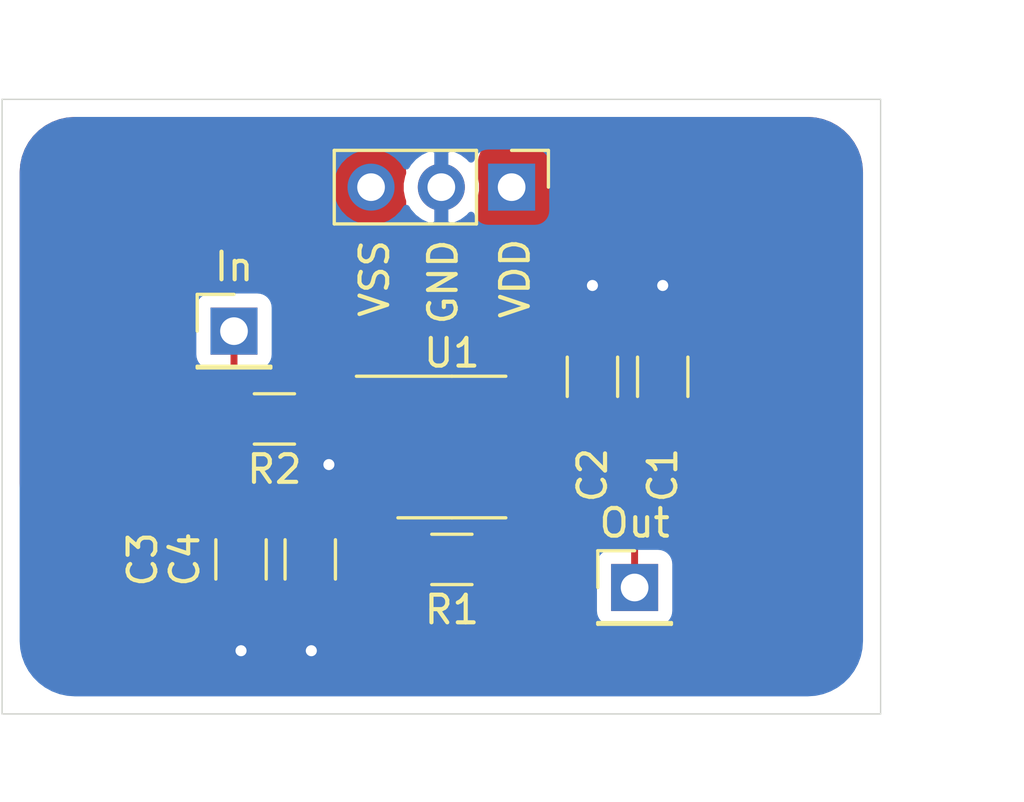
<source format=kicad_pcb>
(kicad_pcb (version 20171130) (host pcbnew "(5.1.9-0-10_14)")

  (general
    (thickness 1.6)
    (drawings 8)
    (tracks 39)
    (zones 0)
    (modules 10)
    (nets 10)
  )

  (page A4)
  (layers
    (0 F.Cu signal)
    (31 B.Cu signal)
    (32 B.Adhes user)
    (33 F.Adhes user)
    (34 B.Paste user)
    (35 F.Paste user)
    (36 B.SilkS user)
    (37 F.SilkS user)
    (38 B.Mask user)
    (39 F.Mask user)
    (40 Dwgs.User user)
    (41 Cmts.User user)
    (42 Eco1.User user)
    (43 Eco2.User user)
    (44 Edge.Cuts user)
    (45 Margin user)
    (46 B.CrtYd user)
    (47 F.CrtYd user)
    (48 B.Fab user)
    (49 F.Fab user)
  )

  (setup
    (last_trace_width 0.5)
    (user_trace_width 0.5)
    (trace_clearance 0.2)
    (zone_clearance 0.508)
    (zone_45_only no)
    (trace_min 0.2)
    (via_size 0.8)
    (via_drill 0.4)
    (via_min_size 0.4)
    (via_min_drill 0.3)
    (uvia_size 0.3)
    (uvia_drill 0.1)
    (uvias_allowed no)
    (uvia_min_size 0.2)
    (uvia_min_drill 0.1)
    (edge_width 0.05)
    (segment_width 0.2)
    (pcb_text_width 0.3)
    (pcb_text_size 1.5 1.5)
    (mod_edge_width 0.12)
    (mod_text_size 1 1)
    (mod_text_width 0.15)
    (pad_size 1.524 1.524)
    (pad_drill 0.762)
    (pad_to_mask_clearance 0)
    (aux_axis_origin 0 0)
    (visible_elements FFFFFF7F)
    (pcbplotparams
      (layerselection 0x010fc_ffffffff)
      (usegerberextensions false)
      (usegerberattributes true)
      (usegerberadvancedattributes true)
      (creategerberjobfile true)
      (excludeedgelayer true)
      (linewidth 0.100000)
      (plotframeref false)
      (viasonmask false)
      (mode 1)
      (useauxorigin false)
      (hpglpennumber 1)
      (hpglpenspeed 20)
      (hpglpendiameter 15.000000)
      (psnegative false)
      (psa4output false)
      (plotreference true)
      (plotvalue true)
      (plotinvisibletext false)
      (padsonsilk false)
      (subtractmaskfromsilk false)
      (outputformat 1)
      (mirror false)
      (drillshape 1)
      (scaleselection 1)
      (outputdirectory ""))
  )

  (net 0 "")
  (net 1 0)
  (net 2 VDD)
  (net 3 VSS)
  (net 4 In)
  (net 5 Out)
  (net 6 "Net-(R1-Pad2)")
  (net 7 "Net-(U1-Pad8)")
  (net 8 "Net-(U1-Pad5)")
  (net 9 "Net-(U1-Pad1)")

  (net_class Default "This is the default net class."
    (clearance 0.2)
    (trace_width 0.25)
    (via_dia 0.8)
    (via_drill 0.4)
    (uvia_dia 0.3)
    (uvia_drill 0.1)
    (add_net 0)
    (add_net In)
    (add_net "Net-(R1-Pad2)")
    (add_net "Net-(U1-Pad1)")
    (add_net "Net-(U1-Pad5)")
    (add_net "Net-(U1-Pad8)")
    (add_net Out)
    (add_net VDD)
    (add_net VSS)
  )

  (module Package_SO:SOIC-8_3.9x4.9mm_P1.27mm (layer F.Cu) (tedit 5D9F72B1) (tstamp 602C40C1)
    (at 79.756 41.148)
    (descr "SOIC, 8 Pin (JEDEC MS-012AA, https://www.analog.com/media/en/package-pcb-resources/package/pkg_pdf/soic_narrow-r/r_8.pdf), generated with kicad-footprint-generator ipc_gullwing_generator.py")
    (tags "SOIC SO")
    (path /60260761)
    (attr smd)
    (fp_text reference U1 (at 0 -3.4) (layer F.SilkS)
      (effects (font (size 1 1) (thickness 0.15)))
    )
    (fp_text value OP07 (at 0 3.4) (layer F.Fab)
      (effects (font (size 1 1) (thickness 0.15)))
    )
    (fp_text user %R (at 0 0) (layer F.Fab)
      (effects (font (size 0.98 0.98) (thickness 0.15)))
    )
    (fp_line (start 0 2.56) (end 1.95 2.56) (layer F.SilkS) (width 0.12))
    (fp_line (start 0 2.56) (end -1.95 2.56) (layer F.SilkS) (width 0.12))
    (fp_line (start 0 -2.56) (end 1.95 -2.56) (layer F.SilkS) (width 0.12))
    (fp_line (start 0 -2.56) (end -3.45 -2.56) (layer F.SilkS) (width 0.12))
    (fp_line (start -0.975 -2.45) (end 1.95 -2.45) (layer F.Fab) (width 0.1))
    (fp_line (start 1.95 -2.45) (end 1.95 2.45) (layer F.Fab) (width 0.1))
    (fp_line (start 1.95 2.45) (end -1.95 2.45) (layer F.Fab) (width 0.1))
    (fp_line (start -1.95 2.45) (end -1.95 -1.475) (layer F.Fab) (width 0.1))
    (fp_line (start -1.95 -1.475) (end -0.975 -2.45) (layer F.Fab) (width 0.1))
    (fp_line (start -3.7 -2.7) (end -3.7 2.7) (layer F.CrtYd) (width 0.05))
    (fp_line (start -3.7 2.7) (end 3.7 2.7) (layer F.CrtYd) (width 0.05))
    (fp_line (start 3.7 2.7) (end 3.7 -2.7) (layer F.CrtYd) (width 0.05))
    (fp_line (start 3.7 -2.7) (end -3.7 -2.7) (layer F.CrtYd) (width 0.05))
    (pad 8 smd roundrect (at 2.475 -1.905) (size 1.95 0.6) (layers F.Cu F.Paste F.Mask) (roundrect_rratio 0.25)
      (net 7 "Net-(U1-Pad8)"))
    (pad 7 smd roundrect (at 2.475 -0.635) (size 1.95 0.6) (layers F.Cu F.Paste F.Mask) (roundrect_rratio 0.25)
      (net 2 VDD))
    (pad 6 smd roundrect (at 2.475 0.635) (size 1.95 0.6) (layers F.Cu F.Paste F.Mask) (roundrect_rratio 0.25)
      (net 5 Out))
    (pad 5 smd roundrect (at 2.475 1.905) (size 1.95 0.6) (layers F.Cu F.Paste F.Mask) (roundrect_rratio 0.25)
      (net 8 "Net-(U1-Pad5)"))
    (pad 4 smd roundrect (at -2.475 1.905) (size 1.95 0.6) (layers F.Cu F.Paste F.Mask) (roundrect_rratio 0.25)
      (net 3 VSS))
    (pad 3 smd roundrect (at -2.475 0.635) (size 1.95 0.6) (layers F.Cu F.Paste F.Mask) (roundrect_rratio 0.25)
      (net 1 0))
    (pad 2 smd roundrect (at -2.475 -0.635) (size 1.95 0.6) (layers F.Cu F.Paste F.Mask) (roundrect_rratio 0.25)
      (net 6 "Net-(R1-Pad2)"))
    (pad 1 smd roundrect (at -2.475 -1.905) (size 1.95 0.6) (layers F.Cu F.Paste F.Mask) (roundrect_rratio 0.25)
      (net 9 "Net-(U1-Pad1)"))
    (model ${KISYS3DMOD}/Package_SO.3dshapes/SOIC-8_3.9x4.9mm_P1.27mm.wrl
      (at (xyz 0 0 0))
      (scale (xyz 1 1 1))
      (rotate (xyz 0 0 0))
    )
  )

  (module Resistor_SMD:R_1206_3216Metric_Pad1.30x1.75mm_HandSolder (layer F.Cu) (tedit 5F68FEEE) (tstamp 602C4A04)
    (at 73.3425 40.132 180)
    (descr "Resistor SMD 1206 (3216 Metric), square (rectangular) end terminal, IPC_7351 nominal with elongated pad for handsoldering. (Body size source: IPC-SM-782 page 72, https://www.pcb-3d.com/wordpress/wp-content/uploads/ipc-sm-782a_amendment_1_and_2.pdf), generated with kicad-footprint-generator")
    (tags "resistor handsolder")
    (path /602614CD)
    (attr smd)
    (fp_text reference R2 (at 0 -1.82) (layer F.SilkS)
      (effects (font (size 1 1) (thickness 0.15)))
    )
    (fp_text value 10k (at 0 1.82) (layer F.Fab)
      (effects (font (size 1 1) (thickness 0.15)))
    )
    (fp_text user %R (at 0 0) (layer F.Fab)
      (effects (font (size 0.8 0.8) (thickness 0.12)))
    )
    (fp_line (start -1.6 0.8) (end -1.6 -0.8) (layer F.Fab) (width 0.1))
    (fp_line (start -1.6 -0.8) (end 1.6 -0.8) (layer F.Fab) (width 0.1))
    (fp_line (start 1.6 -0.8) (end 1.6 0.8) (layer F.Fab) (width 0.1))
    (fp_line (start 1.6 0.8) (end -1.6 0.8) (layer F.Fab) (width 0.1))
    (fp_line (start -0.727064 -0.91) (end 0.727064 -0.91) (layer F.SilkS) (width 0.12))
    (fp_line (start -0.727064 0.91) (end 0.727064 0.91) (layer F.SilkS) (width 0.12))
    (fp_line (start -2.45 1.12) (end -2.45 -1.12) (layer F.CrtYd) (width 0.05))
    (fp_line (start -2.45 -1.12) (end 2.45 -1.12) (layer F.CrtYd) (width 0.05))
    (fp_line (start 2.45 -1.12) (end 2.45 1.12) (layer F.CrtYd) (width 0.05))
    (fp_line (start 2.45 1.12) (end -2.45 1.12) (layer F.CrtYd) (width 0.05))
    (pad 2 smd roundrect (at 1.55 0 180) (size 1.3 1.75) (layers F.Cu F.Paste F.Mask) (roundrect_rratio 0.192308)
      (net 4 In))
    (pad 1 smd roundrect (at -1.55 0 180) (size 1.3 1.75) (layers F.Cu F.Paste F.Mask) (roundrect_rratio 0.192308)
      (net 6 "Net-(R1-Pad2)"))
    (model ${KISYS3DMOD}/Resistor_SMD.3dshapes/R_1206_3216Metric.wrl
      (at (xyz 0 0 0))
      (scale (xyz 1 1 1))
      (rotate (xyz 0 0 0))
    )
  )

  (module Resistor_SMD:R_1206_3216Metric_Pad1.30x1.75mm_HandSolder (layer F.Cu) (tedit 5F68FEEE) (tstamp 602C4096)
    (at 79.756 45.212 180)
    (descr "Resistor SMD 1206 (3216 Metric), square (rectangular) end terminal, IPC_7351 nominal with elongated pad for handsoldering. (Body size source: IPC-SM-782 page 72, https://www.pcb-3d.com/wordpress/wp-content/uploads/ipc-sm-782a_amendment_1_and_2.pdf), generated with kicad-footprint-generator")
    (tags "resistor handsolder")
    (path /602626E6)
    (attr smd)
    (fp_text reference R1 (at 0 -1.82) (layer F.SilkS)
      (effects (font (size 1 1) (thickness 0.15)))
    )
    (fp_text value 100k (at 0 1.82) (layer F.Fab)
      (effects (font (size 1 1) (thickness 0.15)))
    )
    (fp_text user %R (at 0 0) (layer F.Fab)
      (effects (font (size 0.8 0.8) (thickness 0.12)))
    )
    (fp_line (start -1.6 0.8) (end -1.6 -0.8) (layer F.Fab) (width 0.1))
    (fp_line (start -1.6 -0.8) (end 1.6 -0.8) (layer F.Fab) (width 0.1))
    (fp_line (start 1.6 -0.8) (end 1.6 0.8) (layer F.Fab) (width 0.1))
    (fp_line (start 1.6 0.8) (end -1.6 0.8) (layer F.Fab) (width 0.1))
    (fp_line (start -0.727064 -0.91) (end 0.727064 -0.91) (layer F.SilkS) (width 0.12))
    (fp_line (start -0.727064 0.91) (end 0.727064 0.91) (layer F.SilkS) (width 0.12))
    (fp_line (start -2.45 1.12) (end -2.45 -1.12) (layer F.CrtYd) (width 0.05))
    (fp_line (start -2.45 -1.12) (end 2.45 -1.12) (layer F.CrtYd) (width 0.05))
    (fp_line (start 2.45 -1.12) (end 2.45 1.12) (layer F.CrtYd) (width 0.05))
    (fp_line (start 2.45 1.12) (end -2.45 1.12) (layer F.CrtYd) (width 0.05))
    (pad 2 smd roundrect (at 1.55 0 180) (size 1.3 1.75) (layers F.Cu F.Paste F.Mask) (roundrect_rratio 0.192308)
      (net 6 "Net-(R1-Pad2)"))
    (pad 1 smd roundrect (at -1.55 0 180) (size 1.3 1.75) (layers F.Cu F.Paste F.Mask) (roundrect_rratio 0.192308)
      (net 5 Out))
    (model ${KISYS3DMOD}/Resistor_SMD.3dshapes/R_1206_3216Metric.wrl
      (at (xyz 0 0 0))
      (scale (xyz 1 1 1))
      (rotate (xyz 0 0 0))
    )
  )

  (module Connector_PinHeader_2.54mm:PinHeader_1x01_P2.54mm_Vertical (layer F.Cu) (tedit 59FED5CC) (tstamp 602C4085)
    (at 86.36 46.228)
    (descr "Through hole straight pin header, 1x01, 2.54mm pitch, single row")
    (tags "Through hole pin header THT 1x01 2.54mm single row")
    (path /6026B33D)
    (fp_text reference Out (at 0 -2.33) (layer F.SilkS)
      (effects (font (size 1 1) (thickness 0.15)))
    )
    (fp_text value Conn_01x01_Male (at 0 2.33) (layer F.Fab)
      (effects (font (size 1 1) (thickness 0.15)))
    )
    (fp_text user %R (at 0 0 90) (layer F.Fab)
      (effects (font (size 1 1) (thickness 0.15)))
    )
    (fp_line (start -0.635 -1.27) (end 1.27 -1.27) (layer F.Fab) (width 0.1))
    (fp_line (start 1.27 -1.27) (end 1.27 1.27) (layer F.Fab) (width 0.1))
    (fp_line (start 1.27 1.27) (end -1.27 1.27) (layer F.Fab) (width 0.1))
    (fp_line (start -1.27 1.27) (end -1.27 -0.635) (layer F.Fab) (width 0.1))
    (fp_line (start -1.27 -0.635) (end -0.635 -1.27) (layer F.Fab) (width 0.1))
    (fp_line (start -1.33 1.33) (end 1.33 1.33) (layer F.SilkS) (width 0.12))
    (fp_line (start -1.33 1.27) (end -1.33 1.33) (layer F.SilkS) (width 0.12))
    (fp_line (start 1.33 1.27) (end 1.33 1.33) (layer F.SilkS) (width 0.12))
    (fp_line (start -1.33 1.27) (end 1.33 1.27) (layer F.SilkS) (width 0.12))
    (fp_line (start -1.33 0) (end -1.33 -1.33) (layer F.SilkS) (width 0.12))
    (fp_line (start -1.33 -1.33) (end 0 -1.33) (layer F.SilkS) (width 0.12))
    (fp_line (start -1.8 -1.8) (end -1.8 1.8) (layer F.CrtYd) (width 0.05))
    (fp_line (start -1.8 1.8) (end 1.8 1.8) (layer F.CrtYd) (width 0.05))
    (fp_line (start 1.8 1.8) (end 1.8 -1.8) (layer F.CrtYd) (width 0.05))
    (fp_line (start 1.8 -1.8) (end -1.8 -1.8) (layer F.CrtYd) (width 0.05))
    (pad 1 thru_hole rect (at 0 0) (size 1.7 1.7) (drill 1) (layers *.Cu *.Mask)
      (net 5 Out))
    (model ${KISYS3DMOD}/Connector_PinHeader_2.54mm.3dshapes/PinHeader_1x01_P2.54mm_Vertical.wrl
      (at (xyz 0 0 0))
      (scale (xyz 1 1 1))
      (rotate (xyz 0 0 0))
    )
  )

  (module Connector_PinHeader_2.54mm:PinHeader_1x01_P2.54mm_Vertical (layer F.Cu) (tedit 59FED5CC) (tstamp 602C4070)
    (at 71.882 36.957)
    (descr "Through hole straight pin header, 1x01, 2.54mm pitch, single row")
    (tags "Through hole pin header THT 1x01 2.54mm single row")
    (path /6026A54C)
    (fp_text reference In (at 0 -2.33) (layer F.SilkS)
      (effects (font (size 1 1) (thickness 0.15)))
    )
    (fp_text value Conn_01x01_Male (at 0 2.33) (layer F.Fab)
      (effects (font (size 1 1) (thickness 0.15)))
    )
    (fp_text user %R (at 0 0 90) (layer F.Fab)
      (effects (font (size 1 1) (thickness 0.15)))
    )
    (fp_line (start -0.635 -1.27) (end 1.27 -1.27) (layer F.Fab) (width 0.1))
    (fp_line (start 1.27 -1.27) (end 1.27 1.27) (layer F.Fab) (width 0.1))
    (fp_line (start 1.27 1.27) (end -1.27 1.27) (layer F.Fab) (width 0.1))
    (fp_line (start -1.27 1.27) (end -1.27 -0.635) (layer F.Fab) (width 0.1))
    (fp_line (start -1.27 -0.635) (end -0.635 -1.27) (layer F.Fab) (width 0.1))
    (fp_line (start -1.33 1.33) (end 1.33 1.33) (layer F.SilkS) (width 0.12))
    (fp_line (start -1.33 1.27) (end -1.33 1.33) (layer F.SilkS) (width 0.12))
    (fp_line (start 1.33 1.27) (end 1.33 1.33) (layer F.SilkS) (width 0.12))
    (fp_line (start -1.33 1.27) (end 1.33 1.27) (layer F.SilkS) (width 0.12))
    (fp_line (start -1.33 0) (end -1.33 -1.33) (layer F.SilkS) (width 0.12))
    (fp_line (start -1.33 -1.33) (end 0 -1.33) (layer F.SilkS) (width 0.12))
    (fp_line (start -1.8 -1.8) (end -1.8 1.8) (layer F.CrtYd) (width 0.05))
    (fp_line (start -1.8 1.8) (end 1.8 1.8) (layer F.CrtYd) (width 0.05))
    (fp_line (start 1.8 1.8) (end 1.8 -1.8) (layer F.CrtYd) (width 0.05))
    (fp_line (start 1.8 -1.8) (end -1.8 -1.8) (layer F.CrtYd) (width 0.05))
    (pad 1 thru_hole rect (at 0 0) (size 1.7 1.7) (drill 1) (layers *.Cu *.Mask)
      (net 4 In))
    (model ${KISYS3DMOD}/Connector_PinHeader_2.54mm.3dshapes/PinHeader_1x01_P2.54mm_Vertical.wrl
      (at (xyz 0 0 0))
      (scale (xyz 1 1 1))
      (rotate (xyz 0 0 0))
    )
  )

  (module Connector_PinHeader_2.54mm:PinHeader_1x03_P2.54mm_Vertical (layer F.Cu) (tedit 59FED5CC) (tstamp 602C405B)
    (at 81.915 31.75 270)
    (descr "Through hole straight pin header, 1x03, 2.54mm pitch, single row")
    (tags "Through hole pin header THT 1x03 2.54mm single row")
    (path /6026504D)
    (fp_text reference GND (at 3.429 2.4765 90) (layer F.SilkS)
      (effects (font (size 1 1) (thickness 0.15)))
    )
    (fp_text value Conn_01x03_Male (at 0 7.41 90) (layer F.Fab)
      (effects (font (size 1 1) (thickness 0.15)))
    )
    (fp_text user %R (at 0 2.54) (layer F.Fab)
      (effects (font (size 1 1) (thickness 0.15)))
    )
    (fp_line (start -0.635 -1.27) (end 1.27 -1.27) (layer F.Fab) (width 0.1))
    (fp_line (start 1.27 -1.27) (end 1.27 6.35) (layer F.Fab) (width 0.1))
    (fp_line (start 1.27 6.35) (end -1.27 6.35) (layer F.Fab) (width 0.1))
    (fp_line (start -1.27 6.35) (end -1.27 -0.635) (layer F.Fab) (width 0.1))
    (fp_line (start -1.27 -0.635) (end -0.635 -1.27) (layer F.Fab) (width 0.1))
    (fp_line (start -1.33 6.41) (end 1.33 6.41) (layer F.SilkS) (width 0.12))
    (fp_line (start -1.33 1.27) (end -1.33 6.41) (layer F.SilkS) (width 0.12))
    (fp_line (start 1.33 1.27) (end 1.33 6.41) (layer F.SilkS) (width 0.12))
    (fp_line (start -1.33 1.27) (end 1.33 1.27) (layer F.SilkS) (width 0.12))
    (fp_line (start -1.33 0) (end -1.33 -1.33) (layer F.SilkS) (width 0.12))
    (fp_line (start -1.33 -1.33) (end 0 -1.33) (layer F.SilkS) (width 0.12))
    (fp_line (start -1.8 -1.8) (end -1.8 6.85) (layer F.CrtYd) (width 0.05))
    (fp_line (start -1.8 6.85) (end 1.8 6.85) (layer F.CrtYd) (width 0.05))
    (fp_line (start 1.8 6.85) (end 1.8 -1.8) (layer F.CrtYd) (width 0.05))
    (fp_line (start 1.8 -1.8) (end -1.8 -1.8) (layer F.CrtYd) (width 0.05))
    (pad 3 thru_hole oval (at 0 5.08 270) (size 1.7 1.7) (drill 1) (layers *.Cu *.Mask)
      (net 3 VSS))
    (pad 2 thru_hole oval (at 0 2.54 270) (size 1.7 1.7) (drill 1) (layers *.Cu *.Mask)
      (net 1 0))
    (pad 1 thru_hole rect (at 0 0 270) (size 1.7 1.7) (drill 1) (layers *.Cu *.Mask)
      (net 2 VDD))
    (model ${KISYS3DMOD}/Connector_PinHeader_2.54mm.3dshapes/PinHeader_1x03_P2.54mm_Vertical.wrl
      (at (xyz 0 0 0))
      (scale (xyz 1 1 1))
      (rotate (xyz 0 0 0))
    )
  )

  (module Capacitor_SMD:C_1206_3216Metric_Pad1.33x1.80mm_HandSolder (layer F.Cu) (tedit 5F68FEEF) (tstamp 602C4044)
    (at 74.6375 45.212 90)
    (descr "Capacitor SMD 1206 (3216 Metric), square (rectangular) end terminal, IPC_7351 nominal with elongated pad for handsoldering. (Body size source: IPC-SM-782 page 76, https://www.pcb-3d.com/wordpress/wp-content/uploads/ipc-sm-782a_amendment_1_and_2.pdf), generated with kicad-footprint-generator")
    (tags "capacitor handsolder")
    (path /60271CB7)
    (attr smd)
    (fp_text reference C4 (at 0 -4.5335 90) (layer F.SilkS)
      (effects (font (size 1 1) (thickness 0.15)))
    )
    (fp_text value 100n (at 0 1.85 90) (layer F.Fab)
      (effects (font (size 1 1) (thickness 0.15)))
    )
    (fp_text user %R (at 0 0 90) (layer F.Fab)
      (effects (font (size 0.8 0.8) (thickness 0.12)))
    )
    (fp_line (start -1.6 0.8) (end -1.6 -0.8) (layer F.Fab) (width 0.1))
    (fp_line (start -1.6 -0.8) (end 1.6 -0.8) (layer F.Fab) (width 0.1))
    (fp_line (start 1.6 -0.8) (end 1.6 0.8) (layer F.Fab) (width 0.1))
    (fp_line (start 1.6 0.8) (end -1.6 0.8) (layer F.Fab) (width 0.1))
    (fp_line (start -0.711252 -0.91) (end 0.711252 -0.91) (layer F.SilkS) (width 0.12))
    (fp_line (start -0.711252 0.91) (end 0.711252 0.91) (layer F.SilkS) (width 0.12))
    (fp_line (start -2.48 1.15) (end -2.48 -1.15) (layer F.CrtYd) (width 0.05))
    (fp_line (start -2.48 -1.15) (end 2.48 -1.15) (layer F.CrtYd) (width 0.05))
    (fp_line (start 2.48 -1.15) (end 2.48 1.15) (layer F.CrtYd) (width 0.05))
    (fp_line (start 2.48 1.15) (end -2.48 1.15) (layer F.CrtYd) (width 0.05))
    (pad 2 smd roundrect (at 1.5625 0 90) (size 1.325 1.8) (layers F.Cu F.Paste F.Mask) (roundrect_rratio 0.188679)
      (net 3 VSS))
    (pad 1 smd roundrect (at -1.5625 0 90) (size 1.325 1.8) (layers F.Cu F.Paste F.Mask) (roundrect_rratio 0.188679)
      (net 1 0))
    (model ${KISYS3DMOD}/Capacitor_SMD.3dshapes/C_1206_3216Metric.wrl
      (at (xyz 0 0 0))
      (scale (xyz 1 1 1))
      (rotate (xyz 0 0 0))
    )
  )

  (module Capacitor_SMD:C_1206_3216Metric_Pad1.33x1.80mm_HandSolder (layer F.Cu) (tedit 5F68FEEF) (tstamp 602C4567)
    (at 72.136 45.212 90)
    (descr "Capacitor SMD 1206 (3216 Metric), square (rectangular) end terminal, IPC_7351 nominal with elongated pad for handsoldering. (Body size source: IPC-SM-782 page 76, https://www.pcb-3d.com/wordpress/wp-content/uploads/ipc-sm-782a_amendment_1_and_2.pdf), generated with kicad-footprint-generator")
    (tags "capacitor handsolder")
    (path /60271461)
    (attr smd)
    (fp_text reference C3 (at 0 -3.556 90) (layer F.SilkS)
      (effects (font (size 1 1) (thickness 0.15)))
    )
    (fp_text value 1u (at 0 1.85 90) (layer F.Fab)
      (effects (font (size 1 1) (thickness 0.15)))
    )
    (fp_text user %R (at 0 0 90) (layer F.Fab)
      (effects (font (size 0.8 0.8) (thickness 0.12)))
    )
    (fp_line (start -1.6 0.8) (end -1.6 -0.8) (layer F.Fab) (width 0.1))
    (fp_line (start -1.6 -0.8) (end 1.6 -0.8) (layer F.Fab) (width 0.1))
    (fp_line (start 1.6 -0.8) (end 1.6 0.8) (layer F.Fab) (width 0.1))
    (fp_line (start 1.6 0.8) (end -1.6 0.8) (layer F.Fab) (width 0.1))
    (fp_line (start -0.711252 -0.91) (end 0.711252 -0.91) (layer F.SilkS) (width 0.12))
    (fp_line (start -0.711252 0.91) (end 0.711252 0.91) (layer F.SilkS) (width 0.12))
    (fp_line (start -2.48 1.15) (end -2.48 -1.15) (layer F.CrtYd) (width 0.05))
    (fp_line (start -2.48 -1.15) (end 2.48 -1.15) (layer F.CrtYd) (width 0.05))
    (fp_line (start 2.48 -1.15) (end 2.48 1.15) (layer F.CrtYd) (width 0.05))
    (fp_line (start 2.48 1.15) (end -2.48 1.15) (layer F.CrtYd) (width 0.05))
    (pad 2 smd roundrect (at 1.5625 0 90) (size 1.325 1.8) (layers F.Cu F.Paste F.Mask) (roundrect_rratio 0.188679)
      (net 3 VSS))
    (pad 1 smd roundrect (at -1.5625 0 90) (size 1.325 1.8) (layers F.Cu F.Paste F.Mask) (roundrect_rratio 0.188679)
      (net 1 0))
    (model ${KISYS3DMOD}/Capacitor_SMD.3dshapes/C_1206_3216Metric.wrl
      (at (xyz 0 0 0))
      (scale (xyz 1 1 1))
      (rotate (xyz 0 0 0))
    )
  )

  (module Capacitor_SMD:C_1206_3216Metric_Pad1.33x1.80mm_HandSolder (layer F.Cu) (tedit 5F68FEEF) (tstamp 602C4022)
    (at 84.836 38.608 90)
    (descr "Capacitor SMD 1206 (3216 Metric), square (rectangular) end terminal, IPC_7351 nominal with elongated pad for handsoldering. (Body size source: IPC-SM-782 page 76, https://www.pcb-3d.com/wordpress/wp-content/uploads/ipc-sm-782a_amendment_1_and_2.pdf), generated with kicad-footprint-generator")
    (tags "capacitor handsolder")
    (path /6027104E)
    (attr smd)
    (fp_text reference C2 (at -3.556 0 90) (layer F.SilkS)
      (effects (font (size 1 1) (thickness 0.15)))
    )
    (fp_text value 100n (at 0 1.85 90) (layer F.Fab)
      (effects (font (size 1 1) (thickness 0.15)))
    )
    (fp_text user %R (at 0 0 90) (layer F.Fab)
      (effects (font (size 0.8 0.8) (thickness 0.12)))
    )
    (fp_line (start -1.6 0.8) (end -1.6 -0.8) (layer F.Fab) (width 0.1))
    (fp_line (start -1.6 -0.8) (end 1.6 -0.8) (layer F.Fab) (width 0.1))
    (fp_line (start 1.6 -0.8) (end 1.6 0.8) (layer F.Fab) (width 0.1))
    (fp_line (start 1.6 0.8) (end -1.6 0.8) (layer F.Fab) (width 0.1))
    (fp_line (start -0.711252 -0.91) (end 0.711252 -0.91) (layer F.SilkS) (width 0.12))
    (fp_line (start -0.711252 0.91) (end 0.711252 0.91) (layer F.SilkS) (width 0.12))
    (fp_line (start -2.48 1.15) (end -2.48 -1.15) (layer F.CrtYd) (width 0.05))
    (fp_line (start -2.48 -1.15) (end 2.48 -1.15) (layer F.CrtYd) (width 0.05))
    (fp_line (start 2.48 -1.15) (end 2.48 1.15) (layer F.CrtYd) (width 0.05))
    (fp_line (start 2.48 1.15) (end -2.48 1.15) (layer F.CrtYd) (width 0.05))
    (pad 2 smd roundrect (at 1.5625 0 90) (size 1.325 1.8) (layers F.Cu F.Paste F.Mask) (roundrect_rratio 0.188679)
      (net 1 0))
    (pad 1 smd roundrect (at -1.5625 0 90) (size 1.325 1.8) (layers F.Cu F.Paste F.Mask) (roundrect_rratio 0.188679)
      (net 2 VDD))
    (model ${KISYS3DMOD}/Capacitor_SMD.3dshapes/C_1206_3216Metric.wrl
      (at (xyz 0 0 0))
      (scale (xyz 1 1 1))
      (rotate (xyz 0 0 0))
    )
  )

  (module Capacitor_SMD:C_1206_3216Metric_Pad1.33x1.80mm_HandSolder (layer F.Cu) (tedit 5F68FEEF) (tstamp 602C4011)
    (at 87.376 38.608 90)
    (descr "Capacitor SMD 1206 (3216 Metric), square (rectangular) end terminal, IPC_7351 nominal with elongated pad for handsoldering. (Body size source: IPC-SM-782 page 76, https://www.pcb-3d.com/wordpress/wp-content/uploads/ipc-sm-782a_amendment_1_and_2.pdf), generated with kicad-footprint-generator")
    (tags "capacitor handsolder")
    (path /602708B8)
    (attr smd)
    (fp_text reference C1 (at -3.556 0 90) (layer F.SilkS)
      (effects (font (size 1 1) (thickness 0.15)))
    )
    (fp_text value 1u (at 0 1.85 90) (layer F.Fab)
      (effects (font (size 1 1) (thickness 0.15)))
    )
    (fp_text user %R (at 0 0 90) (layer F.Fab)
      (effects (font (size 0.8 0.8) (thickness 0.12)))
    )
    (fp_line (start -1.6 0.8) (end -1.6 -0.8) (layer F.Fab) (width 0.1))
    (fp_line (start -1.6 -0.8) (end 1.6 -0.8) (layer F.Fab) (width 0.1))
    (fp_line (start 1.6 -0.8) (end 1.6 0.8) (layer F.Fab) (width 0.1))
    (fp_line (start 1.6 0.8) (end -1.6 0.8) (layer F.Fab) (width 0.1))
    (fp_line (start -0.711252 -0.91) (end 0.711252 -0.91) (layer F.SilkS) (width 0.12))
    (fp_line (start -0.711252 0.91) (end 0.711252 0.91) (layer F.SilkS) (width 0.12))
    (fp_line (start -2.48 1.15) (end -2.48 -1.15) (layer F.CrtYd) (width 0.05))
    (fp_line (start -2.48 -1.15) (end 2.48 -1.15) (layer F.CrtYd) (width 0.05))
    (fp_line (start 2.48 -1.15) (end 2.48 1.15) (layer F.CrtYd) (width 0.05))
    (fp_line (start 2.48 1.15) (end -2.48 1.15) (layer F.CrtYd) (width 0.05))
    (pad 2 smd roundrect (at 1.5625 0 90) (size 1.325 1.8) (layers F.Cu F.Paste F.Mask) (roundrect_rratio 0.188679)
      (net 1 0))
    (pad 1 smd roundrect (at -1.5625 0 90) (size 1.325 1.8) (layers F.Cu F.Paste F.Mask) (roundrect_rratio 0.188679)
      (net 2 VDD))
    (model ${KISYS3DMOD}/Capacitor_SMD.3dshapes/C_1206_3216Metric.wrl
      (at (xyz 0 0 0))
      (scale (xyz 1 1 1))
      (rotate (xyz 0 0 0))
    )
  )

  (gr_text VSS (at 76.962 35.052 90) (layer F.SilkS) (tstamp 602C505B)
    (effects (font (size 1 1) (thickness 0.15)))
  )
  (gr_text VDD (at 82.042 35.052 90) (layer F.SilkS)
    (effects (font (size 1 1) (thickness 0.15)))
  )
  (dimension 22.225 (width 0.15) (layer Dwgs.User)
    (gr_text "0.8750 in" (at 99.09 39.6875 90) (layer Dwgs.User)
      (effects (font (size 1 1) (thickness 0.15)))
    )
    (feature1 (pts (xy 97.155 28.575) (xy 98.376421 28.575)))
    (feature2 (pts (xy 97.155 50.8) (xy 98.376421 50.8)))
    (crossbar (pts (xy 97.79 50.8) (xy 97.79 28.575)))
    (arrow1a (pts (xy 97.79 28.575) (xy 98.376421 29.701504)))
    (arrow1b (pts (xy 97.79 28.575) (xy 97.203579 29.701504)))
    (arrow2a (pts (xy 97.79 50.8) (xy 98.376421 49.673496)))
    (arrow2b (pts (xy 97.79 50.8) (xy 97.203579 49.673496)))
  )
  (dimension 31.75 (width 0.15) (layer Dwgs.User)
    (gr_text "1.25 in" (at 79.375 54.64) (layer Dwgs.User)
      (effects (font (size 1 1) (thickness 0.15)))
    )
    (feature1 (pts (xy 63.5 52.07) (xy 63.5 53.926421)))
    (feature2 (pts (xy 95.25 52.07) (xy 95.25 53.926421)))
    (crossbar (pts (xy 95.25 53.34) (xy 63.5 53.34)))
    (arrow1a (pts (xy 63.5 53.34) (xy 64.626504 52.753579)))
    (arrow1b (pts (xy 63.5 53.34) (xy 64.626504 53.926421)))
    (arrow2a (pts (xy 95.25 53.34) (xy 94.123496 52.753579)))
    (arrow2b (pts (xy 95.25 53.34) (xy 94.123496 53.926421)))
  )
  (gr_line (start 63.5 28.575) (end 95.25 28.575) (layer Edge.Cuts) (width 0.05))
  (gr_line (start 63.5 50.8) (end 63.5 28.575) (layer Edge.Cuts) (width 0.05))
  (gr_line (start 95.25 50.8) (end 63.5 50.8) (layer Edge.Cuts) (width 0.05))
  (gr_line (start 95.25 28.575) (end 95.25 50.8) (layer Edge.Cuts) (width 0.05))

  (via (at 72.136 48.514) (size 0.8) (drill 0.4) (layers F.Cu B.Cu) (net 1))
  (via (at 74.676 48.514) (size 0.8) (drill 0.4) (layers F.Cu B.Cu) (net 1))
  (via (at 84.836 35.306) (size 0.8) (drill 0.4) (layers F.Cu B.Cu) (net 1) (tstamp 602C4DAF))
  (via (at 87.376 35.306) (size 0.8) (drill 0.4) (layers F.Cu B.Cu) (net 1))
  (via (at 75.311 41.783) (size 0.8) (drill 0.4) (layers F.Cu B.Cu) (net 1))
  (segment (start 84.836 37.0455) (end 84.836 35.306) (width 0.5) (layer F.Cu) (net 1))
  (segment (start 87.376 37.0455) (end 87.376 35.306) (width 0.5) (layer F.Cu) (net 1))
  (segment (start 77.281 41.783) (end 75.311 41.783) (width 0.5) (layer F.Cu) (net 1))
  (segment (start 72.136 46.7745) (end 72.136 48.514) (width 0.5) (layer F.Cu) (net 1))
  (segment (start 74.6375 48.4755) (end 74.676 48.514) (width 0.5) (layer F.Cu) (net 1))
  (segment (start 74.6375 46.7745) (end 74.6375 48.4755) (width 0.5) (layer F.Cu) (net 1))
  (segment (start 72.136 46.7745) (end 74.6375 46.7745) (width 0.5) (layer F.Cu) (net 1))
  (segment (start 87.0335 40.513) (end 87.376 40.1705) (width 0.25) (layer F.Cu) (net 2))
  (segment (start 84.836 40.386) (end 84.963 40.513) (width 0.25) (layer F.Cu) (net 2))
  (segment (start 84.836 40.1705) (end 84.836 40.386) (width 0.25) (layer F.Cu) (net 2))
  (segment (start 84.963 40.513) (end 87.0335 40.513) (width 0.25) (layer F.Cu) (net 2))
  (segment (start 82.231 40.513) (end 84.963 40.513) (width 0.25) (layer F.Cu) (net 2))
  (segment (start 72.7325 43.053) (end 72.136 43.6495) (width 0.25) (layer F.Cu) (net 3))
  (segment (start 74.6375 43.2185) (end 74.803 43.053) (width 0.25) (layer F.Cu) (net 3))
  (segment (start 74.6375 43.6495) (end 74.6375 43.2185) (width 0.25) (layer F.Cu) (net 3))
  (segment (start 77.281 43.053) (end 74.803 43.053) (width 0.25) (layer F.Cu) (net 3))
  (segment (start 74.6375 43.6495) (end 73.6215 43.6495) (width 0.5) (layer F.Cu) (net 3))
  (segment (start 73.6215 43.6495) (end 72.136 43.6495) (width 0.5) (layer F.Cu) (net 3))
  (segment (start 71.882 40.0425) (end 71.7925 40.132) (width 0.25) (layer F.Cu) (net 4))
  (segment (start 71.882 36.957) (end 71.882 40.0425) (width 0.25) (layer F.Cu) (net 4))
  (segment (start 82.231 41.783) (end 81.153 41.783) (width 0.25) (layer F.Cu) (net 5))
  (segment (start 81.153 41.783) (end 80.772 42.164) (width 0.25) (layer F.Cu) (net 5))
  (segment (start 80.772 44.678) (end 81.306 45.212) (width 0.25) (layer F.Cu) (net 5))
  (segment (start 80.772 42.164) (end 80.772 44.678) (width 0.25) (layer F.Cu) (net 5))
  (segment (start 86.36 43.688) (end 86.36 46.228) (width 0.25) (layer F.Cu) (net 5))
  (segment (start 84.455 41.783) (end 86.36 43.688) (width 0.25) (layer F.Cu) (net 5))
  (segment (start 82.231 41.783) (end 84.455 41.783) (width 0.25) (layer F.Cu) (net 5))
  (segment (start 77.154 40.64) (end 77.281 40.513) (width 0.25) (layer F.Cu) (net 6))
  (segment (start 78.256 40.513) (end 78.74 40.997) (width 0.25) (layer F.Cu) (net 6))
  (segment (start 77.281 40.513) (end 78.256 40.513) (width 0.25) (layer F.Cu) (net 6))
  (segment (start 78.74 44.678) (end 78.206 45.212) (width 0.25) (layer F.Cu) (net 6))
  (segment (start 78.74 40.997) (end 78.74 44.678) (width 0.25) (layer F.Cu) (net 6))
  (segment (start 75.2735 40.513) (end 74.8925 40.132) (width 0.25) (layer F.Cu) (net 6))
  (segment (start 77.281 40.513) (end 75.2735 40.513) (width 0.25) (layer F.Cu) (net 6))

  (zone (net 1) (net_name 0) (layer B.Cu) (tstamp 0) (hatch edge 0.508)
    (connect_pads (clearance 0.508))
    (min_thickness 0.254)
    (fill yes (arc_segments 32) (thermal_gap 0.508) (thermal_bridge_width 0.508) (smoothing fillet) (radius 2))
    (polygon
      (pts
        (xy 94.615 50.165) (xy 64.135 50.165) (xy 64.135 29.21) (xy 94.615 29.21)
      )
    )
    (filled_polygon
      (pts
        (xy 92.881504 29.356385) (xy 93.142593 29.413181) (xy 93.39294 29.506556) (xy 93.627445 29.634605) (xy 93.841338 29.794724)
        (xy 94.030276 29.983662) (xy 94.190395 30.197555) (xy 94.318444 30.43206) (xy 94.411819 30.682407) (xy 94.468615 30.943496)
        (xy 94.488 31.21453) (xy 94.488 48.16047) (xy 94.468615 48.431504) (xy 94.411819 48.692593) (xy 94.318444 48.94294)
        (xy 94.190395 49.177445) (xy 94.030276 49.391338) (xy 93.841338 49.580276) (xy 93.627445 49.740395) (xy 93.39294 49.868444)
        (xy 93.142593 49.961819) (xy 92.881504 50.018615) (xy 92.61047 50.038) (xy 66.13953 50.038) (xy 65.868496 50.018615)
        (xy 65.607407 49.961819) (xy 65.35706 49.868444) (xy 65.122555 49.740395) (xy 64.908662 49.580276) (xy 64.719724 49.391338)
        (xy 64.559605 49.177445) (xy 64.431556 48.94294) (xy 64.338181 48.692593) (xy 64.281385 48.431504) (xy 64.262 48.16047)
        (xy 64.262 45.378) (xy 84.871928 45.378) (xy 84.871928 47.078) (xy 84.884188 47.202482) (xy 84.920498 47.32218)
        (xy 84.979463 47.432494) (xy 85.058815 47.529185) (xy 85.155506 47.608537) (xy 85.26582 47.667502) (xy 85.385518 47.703812)
        (xy 85.51 47.716072) (xy 87.21 47.716072) (xy 87.334482 47.703812) (xy 87.45418 47.667502) (xy 87.564494 47.608537)
        (xy 87.661185 47.529185) (xy 87.740537 47.432494) (xy 87.799502 47.32218) (xy 87.835812 47.202482) (xy 87.848072 47.078)
        (xy 87.848072 45.378) (xy 87.835812 45.253518) (xy 87.799502 45.13382) (xy 87.740537 45.023506) (xy 87.661185 44.926815)
        (xy 87.564494 44.847463) (xy 87.45418 44.788498) (xy 87.334482 44.752188) (xy 87.21 44.739928) (xy 85.51 44.739928)
        (xy 85.385518 44.752188) (xy 85.26582 44.788498) (xy 85.155506 44.847463) (xy 85.058815 44.926815) (xy 84.979463 45.023506)
        (xy 84.920498 45.13382) (xy 84.884188 45.253518) (xy 84.871928 45.378) (xy 64.262 45.378) (xy 64.262 36.107)
        (xy 70.393928 36.107) (xy 70.393928 37.807) (xy 70.406188 37.931482) (xy 70.442498 38.05118) (xy 70.501463 38.161494)
        (xy 70.580815 38.258185) (xy 70.677506 38.337537) (xy 70.78782 38.396502) (xy 70.907518 38.432812) (xy 71.032 38.445072)
        (xy 72.732 38.445072) (xy 72.856482 38.432812) (xy 72.97618 38.396502) (xy 73.086494 38.337537) (xy 73.183185 38.258185)
        (xy 73.262537 38.161494) (xy 73.321502 38.05118) (xy 73.357812 37.931482) (xy 73.370072 37.807) (xy 73.370072 36.107)
        (xy 73.357812 35.982518) (xy 73.321502 35.86282) (xy 73.262537 35.752506) (xy 73.183185 35.655815) (xy 73.086494 35.576463)
        (xy 72.97618 35.517498) (xy 72.856482 35.481188) (xy 72.732 35.468928) (xy 71.032 35.468928) (xy 70.907518 35.481188)
        (xy 70.78782 35.517498) (xy 70.677506 35.576463) (xy 70.580815 35.655815) (xy 70.501463 35.752506) (xy 70.442498 35.86282)
        (xy 70.406188 35.982518) (xy 70.393928 36.107) (xy 64.262 36.107) (xy 64.262 31.60374) (xy 75.35 31.60374)
        (xy 75.35 31.89626) (xy 75.407068 32.183158) (xy 75.51901 32.453411) (xy 75.681525 32.696632) (xy 75.888368 32.903475)
        (xy 76.131589 33.06599) (xy 76.401842 33.177932) (xy 76.68874 33.235) (xy 76.98126 33.235) (xy 77.268158 33.177932)
        (xy 77.538411 33.06599) (xy 77.781632 32.903475) (xy 77.988475 32.696632) (xy 78.110195 32.514466) (xy 78.179822 32.631355)
        (xy 78.374731 32.847588) (xy 78.60808 33.021641) (xy 78.870901 33.146825) (xy 79.01811 33.191476) (xy 79.248 33.070155)
        (xy 79.248 31.877) (xy 79.228 31.877) (xy 79.228 31.623) (xy 79.248 31.623) (xy 79.248 30.429845)
        (xy 79.502 30.429845) (xy 79.502 31.623) (xy 79.522 31.623) (xy 79.522 31.877) (xy 79.502 31.877)
        (xy 79.502 33.070155) (xy 79.73189 33.191476) (xy 79.879099 33.146825) (xy 80.14192 33.021641) (xy 80.375269 32.847588)
        (xy 80.451034 32.763534) (xy 80.475498 32.84418) (xy 80.534463 32.954494) (xy 80.613815 33.051185) (xy 80.710506 33.130537)
        (xy 80.82082 33.189502) (xy 80.940518 33.225812) (xy 81.065 33.238072) (xy 82.765 33.238072) (xy 82.889482 33.225812)
        (xy 83.00918 33.189502) (xy 83.119494 33.130537) (xy 83.216185 33.051185) (xy 83.295537 32.954494) (xy 83.354502 32.84418)
        (xy 83.390812 32.724482) (xy 83.403072 32.6) (xy 83.403072 30.9) (xy 83.390812 30.775518) (xy 83.354502 30.65582)
        (xy 83.295537 30.545506) (xy 83.216185 30.448815) (xy 83.119494 30.369463) (xy 83.00918 30.310498) (xy 82.889482 30.274188)
        (xy 82.765 30.261928) (xy 81.065 30.261928) (xy 80.940518 30.274188) (xy 80.82082 30.310498) (xy 80.710506 30.369463)
        (xy 80.613815 30.448815) (xy 80.534463 30.545506) (xy 80.475498 30.65582) (xy 80.451034 30.736466) (xy 80.375269 30.652412)
        (xy 80.14192 30.478359) (xy 79.879099 30.353175) (xy 79.73189 30.308524) (xy 79.502 30.429845) (xy 79.248 30.429845)
        (xy 79.01811 30.308524) (xy 78.870901 30.353175) (xy 78.60808 30.478359) (xy 78.374731 30.652412) (xy 78.179822 30.868645)
        (xy 78.110195 30.985534) (xy 77.988475 30.803368) (xy 77.781632 30.596525) (xy 77.538411 30.43401) (xy 77.268158 30.322068)
        (xy 76.98126 30.265) (xy 76.68874 30.265) (xy 76.401842 30.322068) (xy 76.131589 30.43401) (xy 75.888368 30.596525)
        (xy 75.681525 30.803368) (xy 75.51901 31.046589) (xy 75.407068 31.316842) (xy 75.35 31.60374) (xy 64.262 31.60374)
        (xy 64.262 31.21453) (xy 64.281385 30.943496) (xy 64.338181 30.682407) (xy 64.431556 30.43206) (xy 64.559605 30.197555)
        (xy 64.719724 29.983662) (xy 64.908662 29.794724) (xy 65.122555 29.634605) (xy 65.35706 29.506556) (xy 65.607407 29.413181)
        (xy 65.868496 29.356385) (xy 66.13953 29.337) (xy 92.61047 29.337)
      )
    )
  )
  (zone (net 3) (net_name VSS) (layer F.Cu) (tstamp 0) (hatch edge 0.508)
    (connect_pads yes (clearance 0.508))
    (min_thickness 0.254)
    (fill yes (arc_segments 32) (thermal_gap 0.508) (thermal_bridge_width 0.508) (smoothing fillet) (radius 2))
    (polygon
      (pts
        (xy 78.105 34.925) (xy 69.85 34.925) (xy 69.85 42.545) (xy 77.47 42.545) (xy 77.47 44.45)
        (xy 64.135 44.45) (xy 64.135 29.21) (xy 78.105 29.21)
      )
    )
    (filled_polygon
      (pts
        (xy 76.371504 29.356385) (xy 76.632593 29.413181) (xy 76.88294 29.506556) (xy 77.117445 29.634605) (xy 77.331338 29.794724)
        (xy 77.520276 29.983662) (xy 77.680395 30.197555) (xy 77.808444 30.43206) (xy 77.901819 30.682407) (xy 77.958615 30.943496)
        (xy 77.978 31.21453) (xy 77.978 31.242165) (xy 77.947068 31.316842) (xy 77.89 31.60374) (xy 77.89 31.89626)
        (xy 77.947068 32.183158) (xy 77.978 32.257835) (xy 77.978 32.92047) (xy 77.958615 33.191504) (xy 77.901819 33.452593)
        (xy 77.808444 33.70294) (xy 77.680395 33.937445) (xy 77.520276 34.151338) (xy 77.331338 34.340276) (xy 77.117445 34.500395)
        (xy 76.88294 34.628444) (xy 76.632593 34.721819) (xy 76.371504 34.778615) (xy 76.10047 34.798) (xy 71.85 34.798)
        (xy 71.84094 34.798324) (xy 71.55631 34.818681) (xy 71.538374 34.821259) (xy 71.259539 34.881916) (xy 71.242153 34.887021)
        (xy 70.974788 34.986743) (xy 70.958305 34.994271) (xy 70.707853 35.131028) (xy 70.69261 35.140824) (xy 70.464171 35.311832)
        (xy 70.450476 35.323698) (xy 70.248698 35.525476) (xy 70.236832 35.539171) (xy 70.065824 35.76761) (xy 70.056028 35.782853)
        (xy 69.919271 36.033305) (xy 69.911743 36.049788) (xy 69.812021 36.317153) (xy 69.806916 36.334539) (xy 69.746259 36.613374)
        (xy 69.743681 36.63131) (xy 69.723324 36.91594) (xy 69.723 36.925) (xy 69.723 40.545) (xy 69.723324 40.55406)
        (xy 69.743681 40.83869) (xy 69.746259 40.856626) (xy 69.806916 41.135461) (xy 69.812021 41.152847) (xy 69.911743 41.420212)
        (xy 69.919271 41.436695) (xy 70.056028 41.687147) (xy 70.065824 41.70239) (xy 70.236832 41.930829) (xy 70.248698 41.944524)
        (xy 70.450476 42.146302) (xy 70.464171 42.158168) (xy 70.69261 42.329176) (xy 70.707853 42.338972) (xy 70.958305 42.475729)
        (xy 70.974788 42.483257) (xy 71.242153 42.582979) (xy 71.259539 42.588084) (xy 71.538374 42.648741) (xy 71.55631 42.651319)
        (xy 71.84094 42.671676) (xy 71.85 42.672) (xy 74.778532 42.672) (xy 74.820744 42.700205) (xy 75.009102 42.778226)
        (xy 75.209061 42.818) (xy 75.412939 42.818) (xy 75.612898 42.778226) (xy 75.801256 42.700205) (xy 75.843468 42.672)
        (xy 76.190404 42.672) (xy 76.302255 42.705929) (xy 76.456 42.721072) (xy 76.78592 42.721072) (xy 76.833169 42.735405)
        (xy 76.975782 42.811633) (xy 77.100782 42.914218) (xy 77.203367 43.039218) (xy 77.279595 43.181831) (xy 77.326536 43.336573)
        (xy 77.342386 43.4975) (xy 77.326536 43.658427) (xy 77.279595 43.813169) (xy 77.22006 43.924552) (xy 77.178038 43.959038)
        (xy 77.067595 44.093614) (xy 77.053879 44.119274) (xy 76.975782 44.183367) (xy 76.833169 44.259595) (xy 76.678427 44.306536)
        (xy 76.511266 44.323) (xy 66.13953 44.323) (xy 65.868496 44.303615) (xy 65.607407 44.246819) (xy 65.35706 44.153444)
        (xy 65.122555 44.025395) (xy 64.908662 43.865276) (xy 64.719724 43.676338) (xy 64.559605 43.462445) (xy 64.431556 43.22794)
        (xy 64.338181 42.977593) (xy 64.281385 42.716504) (xy 64.262 42.44547) (xy 64.262 31.21453) (xy 64.281385 30.943496)
        (xy 64.338181 30.682407) (xy 64.431556 30.43206) (xy 64.559605 30.197555) (xy 64.719724 29.983662) (xy 64.908662 29.794724)
        (xy 65.122555 29.634605) (xy 65.35706 29.506556) (xy 65.607407 29.413181) (xy 65.868496 29.356385) (xy 66.13953 29.337)
        (xy 76.10047 29.337)
      )
    )
  )
  (zone (net 2) (net_name VDD) (layer F.Cu) (tstamp 0) (hatch edge 0.508)
    (connect_pads yes (clearance 0.508))
    (min_thickness 0.254)
    (fill yes (arc_segments 32) (thermal_gap 0.508) (thermal_bridge_width 0.508) (smoothing fillet) (radius 2))
    (polygon
      (pts
        (xy 94.615 41.275) (xy 82.55 41.275) (xy 82.55 39.37) (xy 88.9 39.37) (xy 88.9 34.925)
        (xy 80.645 34.925) (xy 80.645 29.21) (xy 94.615 29.21)
      )
    )
    (filled_polygon
      (pts
        (xy 92.881504 29.356385) (xy 93.142593 29.413181) (xy 93.39294 29.506556) (xy 93.627445 29.634605) (xy 93.841338 29.794724)
        (xy 94.030276 29.983662) (xy 94.190395 30.197555) (xy 94.318444 30.43206) (xy 94.411819 30.682407) (xy 94.468615 30.943496)
        (xy 94.488 31.21453) (xy 94.488 39.27047) (xy 94.468615 39.541504) (xy 94.411819 39.802593) (xy 94.318444 40.05294)
        (xy 94.190395 40.287445) (xy 94.030276 40.501338) (xy 93.841338 40.690276) (xy 93.627445 40.850395) (xy 93.39294 40.978444)
        (xy 93.142593 41.071819) (xy 92.881504 41.128615) (xy 92.61047 41.148) (xy 84.879227 41.148) (xy 84.747247 41.077454)
        (xy 84.603986 41.033997) (xy 84.492333 41.023) (xy 84.492322 41.023) (xy 84.455 41.019324) (xy 84.417678 41.023)
        (xy 83.548976 41.023) (xy 83.493829 40.977742) (xy 83.357582 40.904916) (xy 83.209745 40.860071) (xy 83.056 40.844928)
        (xy 82.869276 40.844928) (xy 82.816633 40.780782) (xy 82.740405 40.638169) (xy 82.693464 40.483427) (xy 82.677614 40.3225)
        (xy 82.691544 40.181072) (xy 83.056 40.181072) (xy 83.209745 40.165929) (xy 83.357582 40.121084) (xy 83.493829 40.048258)
        (xy 83.613251 39.950251) (xy 83.711258 39.830829) (xy 83.784084 39.694582) (xy 83.828929 39.546745) (xy 83.833829 39.497)
        (xy 86.9 39.497) (xy 86.90906 39.496676) (xy 87.19369 39.476319) (xy 87.211626 39.473741) (xy 87.490461 39.413084)
        (xy 87.507847 39.407979) (xy 87.775212 39.308257) (xy 87.791695 39.300729) (xy 88.042147 39.163972) (xy 88.05739 39.154176)
        (xy 88.285829 38.983168) (xy 88.299524 38.971302) (xy 88.501302 38.769524) (xy 88.513168 38.755829) (xy 88.684176 38.52739)
        (xy 88.693972 38.512147) (xy 88.830729 38.261695) (xy 88.838257 38.245212) (xy 88.937979 37.977847) (xy 88.943084 37.960461)
        (xy 89.003741 37.681626) (xy 89.006319 37.66369) (xy 89.026676 37.37906) (xy 89.027 37.37) (xy 89.027 36.925)
        (xy 89.026676 36.91594) (xy 89.006319 36.63131) (xy 89.003741 36.613374) (xy 88.943084 36.334539) (xy 88.937979 36.317153)
        (xy 88.838257 36.049788) (xy 88.830729 36.033305) (xy 88.693972 35.782853) (xy 88.684176 35.76761) (xy 88.513168 35.539171)
        (xy 88.501302 35.525476) (xy 88.406481 35.430655) (xy 88.411 35.407939) (xy 88.411 35.204061) (xy 88.371226 35.004102)
        (xy 88.293205 34.815744) (xy 88.179937 34.646226) (xy 88.035774 34.502063) (xy 87.866256 34.388795) (xy 87.677898 34.310774)
        (xy 87.477939 34.271) (xy 87.274061 34.271) (xy 87.074102 34.310774) (xy 86.885744 34.388795) (xy 86.716226 34.502063)
        (xy 86.572063 34.646226) (xy 86.470651 34.798) (xy 85.741349 34.798) (xy 85.639937 34.646226) (xy 85.495774 34.502063)
        (xy 85.326256 34.388795) (xy 85.137898 34.310774) (xy 84.937939 34.271) (xy 84.734061 34.271) (xy 84.534102 34.310774)
        (xy 84.345744 34.388795) (xy 84.176226 34.502063) (xy 84.032063 34.646226) (xy 83.930651 34.798) (xy 82.64953 34.798)
        (xy 82.378496 34.778615) (xy 82.117407 34.721819) (xy 81.86706 34.628444) (xy 81.632555 34.500395) (xy 81.418662 34.340276)
        (xy 81.229724 34.151338) (xy 81.069605 33.937445) (xy 80.941556 33.70294) (xy 80.848181 33.452593) (xy 80.791385 33.191504)
        (xy 80.772 32.92047) (xy 80.772 32.257835) (xy 80.802932 32.183158) (xy 80.86 31.89626) (xy 80.86 31.60374)
        (xy 80.802932 31.316842) (xy 80.772 31.242165) (xy 80.772 31.21453) (xy 80.791385 30.943496) (xy 80.848181 30.682407)
        (xy 80.941556 30.43206) (xy 81.069605 30.197555) (xy 81.229724 29.983662) (xy 81.418662 29.794724) (xy 81.632555 29.634605)
        (xy 81.86706 29.506556) (xy 82.117407 29.413181) (xy 82.378496 29.356385) (xy 82.64953 29.337) (xy 92.61047 29.337)
      )
    )
  )
)

</source>
